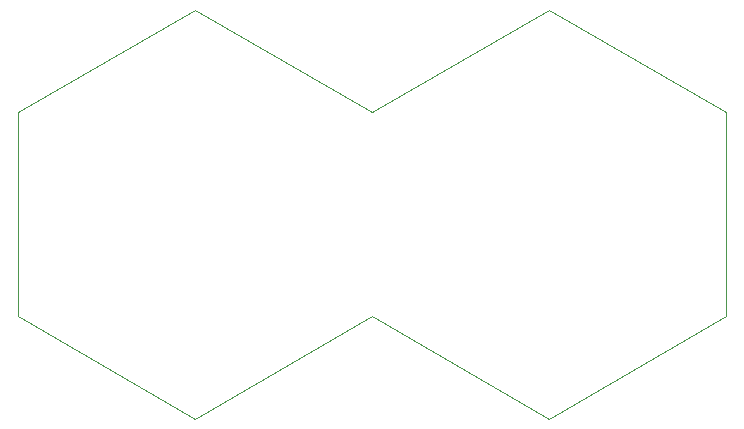
<source format=gbr>
%FSTAX23Y23*%
%MOIN*%
%SFA1B1*%

%IPPOS*%
%ADD69C,0.001000*%
G54D69*
X-0119Y-0034D02*
X-006Y-00681D01*
X-00009Y-0034*
X00581Y-00681*
X01171Y-0034*
Y0034*
X00581Y00681*
X-00009Y0034*
X-006Y00681*
X-0119Y0034*
Y-0034*
M02*
</source>
